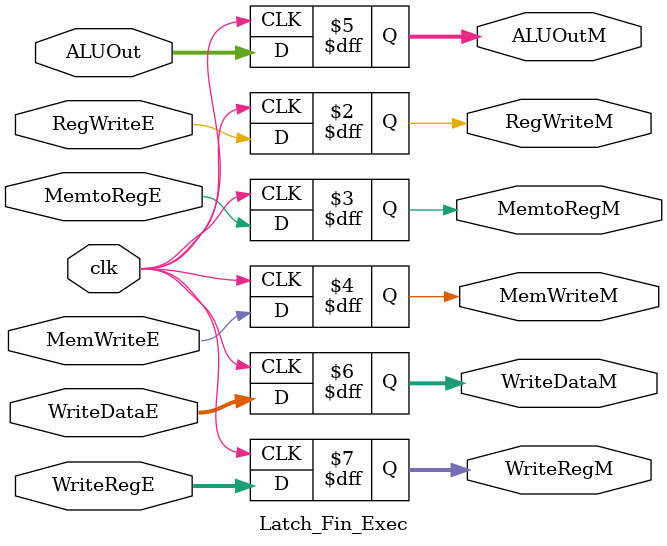
<source format=v>
`timescale 1ns / 1ps
module Latch_Fin_Exec(
	input wire RegWriteE,
	input wire MemtoRegE,
	input wire MemWriteE,
	input wire [31:0]ALUOut,
	input wire [31:0]WriteDataE,
	input wire [4:0]WriteRegE,
	input wire clk,
	output reg RegWriteM,
	output reg MemtoRegM,
	output reg MemWriteM,
	output reg [31:0]ALUOutM,
	output reg [31:0]WriteDataM,
	output reg [4:0]WriteRegM
);

always@(posedge clk)
begin
	RegWriteM <= RegWriteE;
	MemtoRegM <= MemtoRegE;
	MemWriteM <= MemWriteE;
	ALUOutM <= ALUOut;
	WriteDataM <= WriteDataE;
	WriteRegM <= WriteRegE;
end

endmodule

</source>
